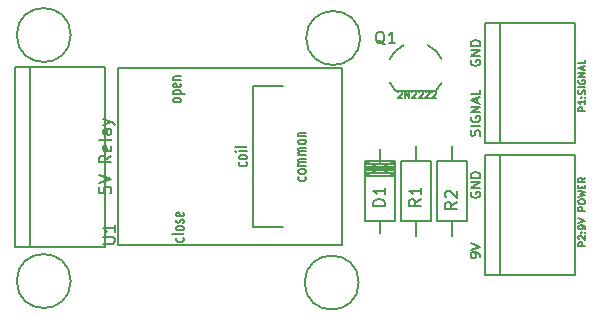
<source format=gto>
G04 #@! TF.FileFunction,Legend,Top*
%FSLAX46Y46*%
G04 Gerber Fmt 4.6, Leading zero omitted, Abs format (unit mm)*
G04 Created by KiCad (PCBNEW 4.0.1-stable) date 26/05/2016 09:01:35*
%MOMM*%
G01*
G04 APERTURE LIST*
%ADD10C,0.100000*%
%ADD11C,0.200000*%
%ADD12C,0.150000*%
G04 APERTURE END LIST*
D10*
D11*
X143617905Y-120383238D02*
X143617905Y-120230857D01*
X143579810Y-120154666D01*
X143541714Y-120116571D01*
X143427429Y-120040380D01*
X143275048Y-120002285D01*
X142970286Y-120002285D01*
X142894095Y-120040380D01*
X142856000Y-120078476D01*
X142817905Y-120154666D01*
X142817905Y-120307047D01*
X142856000Y-120383238D01*
X142894095Y-120421333D01*
X142970286Y-120459428D01*
X143160762Y-120459428D01*
X143236952Y-120421333D01*
X143275048Y-120383238D01*
X143313143Y-120307047D01*
X143313143Y-120154666D01*
X143275048Y-120078476D01*
X143236952Y-120040380D01*
X143160762Y-120002285D01*
X142817905Y-119773714D02*
X143617905Y-119507047D01*
X142817905Y-119240380D01*
X143579810Y-110108761D02*
X143617905Y-109994475D01*
X143617905Y-109803999D01*
X143579810Y-109727809D01*
X143541714Y-109689713D01*
X143465524Y-109651618D01*
X143389333Y-109651618D01*
X143313143Y-109689713D01*
X143275048Y-109727809D01*
X143236952Y-109803999D01*
X143198857Y-109956380D01*
X143160762Y-110032571D01*
X143122667Y-110070666D01*
X143046476Y-110108761D01*
X142970286Y-110108761D01*
X142894095Y-110070666D01*
X142856000Y-110032571D01*
X142817905Y-109956380D01*
X142817905Y-109765904D01*
X142856000Y-109651618D01*
X143617905Y-109308761D02*
X142817905Y-109308761D01*
X142856000Y-108508761D02*
X142817905Y-108584952D01*
X142817905Y-108699237D01*
X142856000Y-108813523D01*
X142932190Y-108889714D01*
X143008381Y-108927809D01*
X143160762Y-108965904D01*
X143275048Y-108965904D01*
X143427429Y-108927809D01*
X143503619Y-108889714D01*
X143579810Y-108813523D01*
X143617905Y-108699237D01*
X143617905Y-108623047D01*
X143579810Y-108508761D01*
X143541714Y-108470666D01*
X143275048Y-108470666D01*
X143275048Y-108623047D01*
X143617905Y-108127809D02*
X142817905Y-108127809D01*
X143617905Y-107670666D01*
X142817905Y-107670666D01*
X143389333Y-107327809D02*
X143389333Y-106946857D01*
X143617905Y-107404000D02*
X142817905Y-107137333D01*
X143617905Y-106870666D01*
X143617905Y-106223047D02*
X143617905Y-106604000D01*
X142817905Y-106604000D01*
X142856000Y-114909523D02*
X142817905Y-114985714D01*
X142817905Y-115099999D01*
X142856000Y-115214285D01*
X142932190Y-115290476D01*
X143008381Y-115328571D01*
X143160762Y-115366666D01*
X143275048Y-115366666D01*
X143427429Y-115328571D01*
X143503619Y-115290476D01*
X143579810Y-115214285D01*
X143617905Y-115099999D01*
X143617905Y-115023809D01*
X143579810Y-114909523D01*
X143541714Y-114871428D01*
X143275048Y-114871428D01*
X143275048Y-115023809D01*
X143617905Y-114528571D02*
X142817905Y-114528571D01*
X143617905Y-114071428D01*
X142817905Y-114071428D01*
X143617905Y-113690476D02*
X142817905Y-113690476D01*
X142817905Y-113500000D01*
X142856000Y-113385714D01*
X142932190Y-113309523D01*
X143008381Y-113271428D01*
X143160762Y-113233333D01*
X143275048Y-113233333D01*
X143427429Y-113271428D01*
X143503619Y-113309523D01*
X143579810Y-113385714D01*
X143617905Y-113500000D01*
X143617905Y-113690476D01*
X142856000Y-103733523D02*
X142817905Y-103809714D01*
X142817905Y-103923999D01*
X142856000Y-104038285D01*
X142932190Y-104114476D01*
X143008381Y-104152571D01*
X143160762Y-104190666D01*
X143275048Y-104190666D01*
X143427429Y-104152571D01*
X143503619Y-104114476D01*
X143579810Y-104038285D01*
X143617905Y-103923999D01*
X143617905Y-103847809D01*
X143579810Y-103733523D01*
X143541714Y-103695428D01*
X143275048Y-103695428D01*
X143275048Y-103847809D01*
X143617905Y-103352571D02*
X142817905Y-103352571D01*
X143617905Y-102895428D01*
X142817905Y-102895428D01*
X143617905Y-102514476D02*
X142817905Y-102514476D01*
X142817905Y-102324000D01*
X142856000Y-102209714D01*
X142932190Y-102133523D01*
X143008381Y-102095428D01*
X143160762Y-102057333D01*
X143275048Y-102057333D01*
X143427429Y-102095428D01*
X143503619Y-102133523D01*
X143579810Y-102209714D01*
X143617905Y-102324000D01*
X143617905Y-102514476D01*
D12*
X133350000Y-122555000D02*
G75*
G03X133350000Y-122555000I-2286000J0D01*
G01*
X133477000Y-101854000D02*
G75*
G03X133477000Y-101854000I-2286000J0D01*
G01*
X108966000Y-122428000D02*
G75*
G03X108966000Y-122428000I-2286000J0D01*
G01*
X108966000Y-101600000D02*
G75*
G03X108966000Y-101600000I-2286000J0D01*
G01*
X135130540Y-117348000D02*
X135130540Y-118364000D01*
X135130540Y-112522000D02*
X135130540Y-111252000D01*
X136400540Y-112776000D02*
X133860540Y-112776000D01*
X136400540Y-113030000D02*
X133860540Y-113030000D01*
X136400540Y-113284000D02*
X133860540Y-113284000D01*
X136400540Y-112522000D02*
X133860540Y-112522000D01*
X136400540Y-113538000D02*
X133860540Y-112268000D01*
X136400540Y-112268000D02*
X133860540Y-113538000D01*
X136400540Y-113538000D02*
X133860540Y-113538000D01*
X136400540Y-112903000D02*
X133860540Y-112903000D01*
X133860540Y-112268000D02*
X136400540Y-112268000D01*
X136400540Y-112268000D02*
X136400540Y-117348000D01*
X136400540Y-117348000D02*
X133860540Y-117348000D01*
X133860540Y-117348000D02*
X133860540Y-112268000D01*
X145288000Y-110744000D02*
X145288000Y-100584000D01*
X144018000Y-110744000D02*
X151638000Y-110744000D01*
X151638000Y-110744000D02*
X151638000Y-100584000D01*
X151638000Y-100584000D02*
X144018000Y-100584000D01*
X144018000Y-100584000D02*
X144018000Y-110744000D01*
X145288000Y-121920000D02*
X145288000Y-111760000D01*
X144018000Y-121920000D02*
X151638000Y-121920000D01*
X151638000Y-121920000D02*
X151638000Y-111760000D01*
X151638000Y-111760000D02*
X144018000Y-111760000D01*
X144018000Y-111760000D02*
X144018000Y-121920000D01*
X137176000Y-102448000D02*
G75*
G03X135976000Y-103648000I1000000J-2200000D01*
G01*
X139175999Y-102448000D02*
G75*
G02X140376000Y-103648000I-999999J-2200000D01*
G01*
X135988305Y-105644990D02*
G75*
G03X136476000Y-106348000I2187695J996990D01*
G01*
X140363695Y-105644990D02*
G75*
G02X139876000Y-106348000I-2187695J996990D01*
G01*
X136476000Y-106348000D02*
X139876000Y-106348000D01*
X139446000Y-112268000D02*
X139446000Y-117348000D01*
X139446000Y-117348000D02*
X136906000Y-117348000D01*
X136906000Y-117348000D02*
X136906000Y-112268000D01*
X136906000Y-112268000D02*
X139446000Y-112268000D01*
X138176000Y-112268000D02*
X138176000Y-110998000D01*
X138176000Y-117348000D02*
X138176000Y-118618000D01*
X142494000Y-112268000D02*
X142494000Y-117348000D01*
X142494000Y-117348000D02*
X139954000Y-117348000D01*
X139954000Y-117348000D02*
X139954000Y-112268000D01*
X139954000Y-112268000D02*
X142494000Y-112268000D01*
X141224000Y-112268000D02*
X141224000Y-110998000D01*
X141224000Y-117348000D02*
X141224000Y-118618000D01*
X126936000Y-105879000D02*
X124436000Y-105879000D01*
X124436000Y-105879000D02*
X124436000Y-117879000D01*
X124436000Y-117879000D02*
X126936000Y-117879000D01*
X112936000Y-104379000D02*
X131936000Y-104379000D01*
X131936000Y-104379000D02*
X131936000Y-119379000D01*
X131936000Y-119379000D02*
X112936000Y-119379000D01*
X112936000Y-119379000D02*
X112936000Y-104379000D01*
X104267000Y-104267000D02*
X111887000Y-104267000D01*
X104267000Y-119507000D02*
X111887000Y-119507000D01*
X105537000Y-104267000D02*
X105537000Y-119507000D01*
X111887000Y-104267000D02*
X111887000Y-119507000D01*
X104267000Y-104267000D02*
X104267000Y-119507000D01*
X135580381Y-116054095D02*
X134580381Y-116054095D01*
X134580381Y-115816000D01*
X134628000Y-115673142D01*
X134723238Y-115577904D01*
X134818476Y-115530285D01*
X135008952Y-115482666D01*
X135151810Y-115482666D01*
X135342286Y-115530285D01*
X135437524Y-115577904D01*
X135532762Y-115673142D01*
X135580381Y-115816000D01*
X135580381Y-116054095D01*
X135580381Y-114530285D02*
X135580381Y-115101714D01*
X135580381Y-114816000D02*
X134580381Y-114816000D01*
X134723238Y-114911238D01*
X134818476Y-115006476D01*
X134866095Y-115101714D01*
X152544429Y-108046571D02*
X151944429Y-108046571D01*
X151944429Y-107817999D01*
X151973000Y-107760857D01*
X152001571Y-107732285D01*
X152058714Y-107703714D01*
X152144429Y-107703714D01*
X152201571Y-107732285D01*
X152230143Y-107760857D01*
X152258714Y-107817999D01*
X152258714Y-108046571D01*
X152544429Y-107132285D02*
X152544429Y-107475142D01*
X152544429Y-107303714D02*
X151944429Y-107303714D01*
X152030143Y-107360857D01*
X152087286Y-107417999D01*
X152115857Y-107475142D01*
X152487286Y-106875142D02*
X152515857Y-106846570D01*
X152544429Y-106875142D01*
X152515857Y-106903713D01*
X152487286Y-106875142D01*
X152544429Y-106875142D01*
X152173000Y-106875142D02*
X152201571Y-106846570D01*
X152230143Y-106875142D01*
X152201571Y-106903713D01*
X152173000Y-106875142D01*
X152230143Y-106875142D01*
X152515857Y-106617999D02*
X152544429Y-106532285D01*
X152544429Y-106389428D01*
X152515857Y-106332285D01*
X152487286Y-106303714D01*
X152430143Y-106275142D01*
X152373000Y-106275142D01*
X152315857Y-106303714D01*
X152287286Y-106332285D01*
X152258714Y-106389428D01*
X152230143Y-106503714D01*
X152201571Y-106560856D01*
X152173000Y-106589428D01*
X152115857Y-106617999D01*
X152058714Y-106617999D01*
X152001571Y-106589428D01*
X151973000Y-106560856D01*
X151944429Y-106503714D01*
X151944429Y-106360856D01*
X151973000Y-106275142D01*
X152544429Y-106017999D02*
X151944429Y-106017999D01*
X151973000Y-105417999D02*
X151944429Y-105475142D01*
X151944429Y-105560856D01*
X151973000Y-105646571D01*
X152030143Y-105703713D01*
X152087286Y-105732285D01*
X152201571Y-105760856D01*
X152287286Y-105760856D01*
X152401571Y-105732285D01*
X152458714Y-105703713D01*
X152515857Y-105646571D01*
X152544429Y-105560856D01*
X152544429Y-105503713D01*
X152515857Y-105417999D01*
X152487286Y-105389428D01*
X152287286Y-105389428D01*
X152287286Y-105503713D01*
X152544429Y-105132285D02*
X151944429Y-105132285D01*
X152544429Y-104789428D01*
X151944429Y-104789428D01*
X152373000Y-104532285D02*
X152373000Y-104246571D01*
X152544429Y-104589428D02*
X151944429Y-104389428D01*
X152544429Y-104189428D01*
X152544429Y-103703714D02*
X152544429Y-103989428D01*
X151944429Y-103989428D01*
X152544429Y-119471714D02*
X151944429Y-119471714D01*
X151944429Y-119243142D01*
X151973000Y-119186000D01*
X152001571Y-119157428D01*
X152058714Y-119128857D01*
X152144429Y-119128857D01*
X152201571Y-119157428D01*
X152230143Y-119186000D01*
X152258714Y-119243142D01*
X152258714Y-119471714D01*
X152001571Y-118900285D02*
X151973000Y-118871714D01*
X151944429Y-118814571D01*
X151944429Y-118671714D01*
X151973000Y-118614571D01*
X152001571Y-118586000D01*
X152058714Y-118557428D01*
X152115857Y-118557428D01*
X152201571Y-118586000D01*
X152544429Y-118928857D01*
X152544429Y-118557428D01*
X152487286Y-118300285D02*
X152515857Y-118271713D01*
X152544429Y-118300285D01*
X152515857Y-118328856D01*
X152487286Y-118300285D01*
X152544429Y-118300285D01*
X152173000Y-118300285D02*
X152201571Y-118271713D01*
X152230143Y-118300285D01*
X152201571Y-118328856D01*
X152173000Y-118300285D01*
X152230143Y-118300285D01*
X152544429Y-117985999D02*
X152544429Y-117871714D01*
X152515857Y-117814571D01*
X152487286Y-117785999D01*
X152401571Y-117728857D01*
X152287286Y-117700285D01*
X152058714Y-117700285D01*
X152001571Y-117728857D01*
X151973000Y-117757428D01*
X151944429Y-117814571D01*
X151944429Y-117928857D01*
X151973000Y-117985999D01*
X152001571Y-118014571D01*
X152058714Y-118043142D01*
X152201571Y-118043142D01*
X152258714Y-118014571D01*
X152287286Y-117985999D01*
X152315857Y-117928857D01*
X152315857Y-117814571D01*
X152287286Y-117757428D01*
X152258714Y-117728857D01*
X152201571Y-117700285D01*
X151944429Y-117528856D02*
X152544429Y-117328856D01*
X151944429Y-117128856D01*
X152544429Y-116471713D02*
X151944429Y-116471713D01*
X151944429Y-116243141D01*
X151973000Y-116185999D01*
X152001571Y-116157427D01*
X152058714Y-116128856D01*
X152144429Y-116128856D01*
X152201571Y-116157427D01*
X152230143Y-116185999D01*
X152258714Y-116243141D01*
X152258714Y-116471713D01*
X151944429Y-115757427D02*
X151944429Y-115643141D01*
X151973000Y-115585999D01*
X152030143Y-115528856D01*
X152144429Y-115500284D01*
X152344429Y-115500284D01*
X152458714Y-115528856D01*
X152515857Y-115585999D01*
X152544429Y-115643141D01*
X152544429Y-115757427D01*
X152515857Y-115814570D01*
X152458714Y-115871713D01*
X152344429Y-115900284D01*
X152144429Y-115900284D01*
X152030143Y-115871713D01*
X151973000Y-115814570D01*
X151944429Y-115757427D01*
X151944429Y-115300285D02*
X152544429Y-115157428D01*
X152115857Y-115043142D01*
X152544429Y-114928856D01*
X151944429Y-114785999D01*
X152230143Y-114557428D02*
X152230143Y-114357428D01*
X152544429Y-114271714D02*
X152544429Y-114557428D01*
X151944429Y-114557428D01*
X151944429Y-114271714D01*
X152544429Y-113671714D02*
X152258714Y-113871714D01*
X152544429Y-114014571D02*
X151944429Y-114014571D01*
X151944429Y-113785999D01*
X151973000Y-113728857D01*
X152001571Y-113700285D01*
X152058714Y-113671714D01*
X152144429Y-113671714D01*
X152201571Y-113700285D01*
X152230143Y-113728857D01*
X152258714Y-113785999D01*
X152258714Y-114014571D01*
X135540762Y-102401619D02*
X135445524Y-102354000D01*
X135350286Y-102258762D01*
X135207429Y-102115905D01*
X135112190Y-102068286D01*
X135016952Y-102068286D01*
X135064571Y-102306381D02*
X134969333Y-102258762D01*
X134874095Y-102163524D01*
X134826476Y-101973048D01*
X134826476Y-101639714D01*
X134874095Y-101449238D01*
X134969333Y-101354000D01*
X135064571Y-101306381D01*
X135255048Y-101306381D01*
X135350286Y-101354000D01*
X135445524Y-101449238D01*
X135493143Y-101639714D01*
X135493143Y-101973048D01*
X135445524Y-102163524D01*
X135350286Y-102258762D01*
X135255048Y-102306381D01*
X135064571Y-102306381D01*
X136445524Y-102306381D02*
X135874095Y-102306381D01*
X136159809Y-102306381D02*
X136159809Y-101306381D01*
X136064571Y-101449238D01*
X135969333Y-101544476D01*
X135874095Y-101592095D01*
X136674428Y-106408571D02*
X136702999Y-106380000D01*
X136760142Y-106351429D01*
X136902999Y-106351429D01*
X136960142Y-106380000D01*
X136988713Y-106408571D01*
X137017285Y-106465714D01*
X137017285Y-106522857D01*
X136988713Y-106608571D01*
X136645856Y-106951429D01*
X137017285Y-106951429D01*
X137274428Y-106951429D02*
X137274428Y-106351429D01*
X137617285Y-106951429D01*
X137617285Y-106351429D01*
X137874428Y-106408571D02*
X137902999Y-106380000D01*
X137960142Y-106351429D01*
X138102999Y-106351429D01*
X138160142Y-106380000D01*
X138188713Y-106408571D01*
X138217285Y-106465714D01*
X138217285Y-106522857D01*
X138188713Y-106608571D01*
X137845856Y-106951429D01*
X138217285Y-106951429D01*
X138445857Y-106408571D02*
X138474428Y-106380000D01*
X138531571Y-106351429D01*
X138674428Y-106351429D01*
X138731571Y-106380000D01*
X138760142Y-106408571D01*
X138788714Y-106465714D01*
X138788714Y-106522857D01*
X138760142Y-106608571D01*
X138417285Y-106951429D01*
X138788714Y-106951429D01*
X139017286Y-106408571D02*
X139045857Y-106380000D01*
X139103000Y-106351429D01*
X139245857Y-106351429D01*
X139303000Y-106380000D01*
X139331571Y-106408571D01*
X139360143Y-106465714D01*
X139360143Y-106522857D01*
X139331571Y-106608571D01*
X138988714Y-106951429D01*
X139360143Y-106951429D01*
X139588715Y-106408571D02*
X139617286Y-106380000D01*
X139674429Y-106351429D01*
X139817286Y-106351429D01*
X139874429Y-106380000D01*
X139903000Y-106408571D01*
X139931572Y-106465714D01*
X139931572Y-106522857D01*
X139903000Y-106608571D01*
X139560143Y-106951429D01*
X139931572Y-106951429D01*
X138628381Y-115482666D02*
X138152190Y-115816000D01*
X138628381Y-116054095D02*
X137628381Y-116054095D01*
X137628381Y-115673142D01*
X137676000Y-115577904D01*
X137723619Y-115530285D01*
X137818857Y-115482666D01*
X137961714Y-115482666D01*
X138056952Y-115530285D01*
X138104571Y-115577904D01*
X138152190Y-115673142D01*
X138152190Y-116054095D01*
X138628381Y-114530285D02*
X138628381Y-115101714D01*
X138628381Y-114816000D02*
X137628381Y-114816000D01*
X137771238Y-114911238D01*
X137866476Y-115006476D01*
X137914095Y-115101714D01*
X141676381Y-115736666D02*
X141200190Y-116070000D01*
X141676381Y-116308095D02*
X140676381Y-116308095D01*
X140676381Y-115927142D01*
X140724000Y-115831904D01*
X140771619Y-115784285D01*
X140866857Y-115736666D01*
X141009714Y-115736666D01*
X141104952Y-115784285D01*
X141152571Y-115831904D01*
X141200190Y-115927142D01*
X141200190Y-116308095D01*
X140771619Y-115355714D02*
X140724000Y-115308095D01*
X140676381Y-115212857D01*
X140676381Y-114974761D01*
X140724000Y-114879523D01*
X140771619Y-114831904D01*
X140866857Y-114784285D01*
X140962095Y-114784285D01*
X141104952Y-114831904D01*
X141676381Y-115403333D01*
X141676381Y-114784285D01*
X111720381Y-119252905D02*
X112529905Y-119252905D01*
X112625143Y-119205286D01*
X112672762Y-119157667D01*
X112720381Y-119062429D01*
X112720381Y-118871952D01*
X112672762Y-118776714D01*
X112625143Y-118729095D01*
X112529905Y-118681476D01*
X111720381Y-118681476D01*
X112720381Y-117681476D02*
X112720381Y-118252905D01*
X112720381Y-117967191D02*
X111720381Y-117967191D01*
X111863238Y-118062429D01*
X111958476Y-118157667D01*
X112006095Y-118252905D01*
X118514762Y-118772666D02*
X118562381Y-118839333D01*
X118562381Y-118972666D01*
X118514762Y-119039333D01*
X118467143Y-119072666D01*
X118371905Y-119106000D01*
X118086190Y-119106000D01*
X117990952Y-119072666D01*
X117943333Y-119039333D01*
X117895714Y-118972666D01*
X117895714Y-118839333D01*
X117943333Y-118772666D01*
X118562381Y-118372666D02*
X118514762Y-118439333D01*
X118419524Y-118472666D01*
X117562381Y-118472666D01*
X118562381Y-118005999D02*
X118514762Y-118072666D01*
X118467143Y-118105999D01*
X118371905Y-118139333D01*
X118086190Y-118139333D01*
X117990952Y-118105999D01*
X117943333Y-118072666D01*
X117895714Y-118005999D01*
X117895714Y-117905999D01*
X117943333Y-117839333D01*
X117990952Y-117805999D01*
X118086190Y-117772666D01*
X118371905Y-117772666D01*
X118467143Y-117805999D01*
X118514762Y-117839333D01*
X118562381Y-117905999D01*
X118562381Y-118005999D01*
X118514762Y-117506000D02*
X118562381Y-117439333D01*
X118562381Y-117306000D01*
X118514762Y-117239333D01*
X118419524Y-117206000D01*
X118371905Y-117206000D01*
X118276667Y-117239333D01*
X118229048Y-117306000D01*
X118229048Y-117406000D01*
X118181429Y-117472666D01*
X118086190Y-117506000D01*
X118038571Y-117506000D01*
X117943333Y-117472666D01*
X117895714Y-117406000D01*
X117895714Y-117306000D01*
X117943333Y-117239333D01*
X118514762Y-116639333D02*
X118562381Y-116705999D01*
X118562381Y-116839333D01*
X118514762Y-116905999D01*
X118419524Y-116939333D01*
X118038571Y-116939333D01*
X117943333Y-116905999D01*
X117895714Y-116839333D01*
X117895714Y-116705999D01*
X117943333Y-116639333D01*
X118038571Y-116605999D01*
X118133810Y-116605999D01*
X118229048Y-116939333D01*
X118308381Y-107155332D02*
X118260762Y-107221999D01*
X118213143Y-107255332D01*
X118117905Y-107288666D01*
X117832190Y-107288666D01*
X117736952Y-107255332D01*
X117689333Y-107221999D01*
X117641714Y-107155332D01*
X117641714Y-107055332D01*
X117689333Y-106988666D01*
X117736952Y-106955332D01*
X117832190Y-106921999D01*
X118117905Y-106921999D01*
X118213143Y-106955332D01*
X118260762Y-106988666D01*
X118308381Y-107055332D01*
X118308381Y-107155332D01*
X117641714Y-106621999D02*
X118641714Y-106621999D01*
X117689333Y-106621999D02*
X117641714Y-106555333D01*
X117641714Y-106421999D01*
X117689333Y-106355333D01*
X117736952Y-106321999D01*
X117832190Y-106288666D01*
X118117905Y-106288666D01*
X118213143Y-106321999D01*
X118260762Y-106355333D01*
X118308381Y-106421999D01*
X118308381Y-106555333D01*
X118260762Y-106621999D01*
X118260762Y-105722000D02*
X118308381Y-105788666D01*
X118308381Y-105922000D01*
X118260762Y-105988666D01*
X118165524Y-106022000D01*
X117784571Y-106022000D01*
X117689333Y-105988666D01*
X117641714Y-105922000D01*
X117641714Y-105788666D01*
X117689333Y-105722000D01*
X117784571Y-105688666D01*
X117879810Y-105688666D01*
X117975048Y-106022000D01*
X117641714Y-105388666D02*
X118308381Y-105388666D01*
X117736952Y-105388666D02*
X117689333Y-105355333D01*
X117641714Y-105288666D01*
X117641714Y-105188666D01*
X117689333Y-105122000D01*
X117784571Y-105088666D01*
X118308381Y-105088666D01*
X128840762Y-113595665D02*
X128888381Y-113662332D01*
X128888381Y-113795665D01*
X128840762Y-113862332D01*
X128793143Y-113895665D01*
X128697905Y-113928999D01*
X128412190Y-113928999D01*
X128316952Y-113895665D01*
X128269333Y-113862332D01*
X128221714Y-113795665D01*
X128221714Y-113662332D01*
X128269333Y-113595665D01*
X128888381Y-113195665D02*
X128840762Y-113262332D01*
X128793143Y-113295665D01*
X128697905Y-113328999D01*
X128412190Y-113328999D01*
X128316952Y-113295665D01*
X128269333Y-113262332D01*
X128221714Y-113195665D01*
X128221714Y-113095665D01*
X128269333Y-113028999D01*
X128316952Y-112995665D01*
X128412190Y-112962332D01*
X128697905Y-112962332D01*
X128793143Y-112995665D01*
X128840762Y-113028999D01*
X128888381Y-113095665D01*
X128888381Y-113195665D01*
X128888381Y-112662332D02*
X128221714Y-112662332D01*
X128316952Y-112662332D02*
X128269333Y-112628999D01*
X128221714Y-112562332D01*
X128221714Y-112462332D01*
X128269333Y-112395666D01*
X128364571Y-112362332D01*
X128888381Y-112362332D01*
X128364571Y-112362332D02*
X128269333Y-112328999D01*
X128221714Y-112262332D01*
X128221714Y-112162332D01*
X128269333Y-112095666D01*
X128364571Y-112062332D01*
X128888381Y-112062332D01*
X128888381Y-111728999D02*
X128221714Y-111728999D01*
X128316952Y-111728999D02*
X128269333Y-111695666D01*
X128221714Y-111628999D01*
X128221714Y-111528999D01*
X128269333Y-111462333D01*
X128364571Y-111428999D01*
X128888381Y-111428999D01*
X128364571Y-111428999D02*
X128269333Y-111395666D01*
X128221714Y-111328999D01*
X128221714Y-111228999D01*
X128269333Y-111162333D01*
X128364571Y-111128999D01*
X128888381Y-111128999D01*
X128888381Y-110695666D02*
X128840762Y-110762333D01*
X128793143Y-110795666D01*
X128697905Y-110829000D01*
X128412190Y-110829000D01*
X128316952Y-110795666D01*
X128269333Y-110762333D01*
X128221714Y-110695666D01*
X128221714Y-110595666D01*
X128269333Y-110529000D01*
X128316952Y-110495666D01*
X128412190Y-110462333D01*
X128697905Y-110462333D01*
X128793143Y-110495666D01*
X128840762Y-110529000D01*
X128888381Y-110595666D01*
X128888381Y-110695666D01*
X128221714Y-110162333D02*
X128888381Y-110162333D01*
X128316952Y-110162333D02*
X128269333Y-110129000D01*
X128221714Y-110062333D01*
X128221714Y-109962333D01*
X128269333Y-109895667D01*
X128364571Y-109862333D01*
X128888381Y-109862333D01*
X123840762Y-112378999D02*
X123888381Y-112445666D01*
X123888381Y-112578999D01*
X123840762Y-112645666D01*
X123793143Y-112678999D01*
X123697905Y-112712333D01*
X123412190Y-112712333D01*
X123316952Y-112678999D01*
X123269333Y-112645666D01*
X123221714Y-112578999D01*
X123221714Y-112445666D01*
X123269333Y-112378999D01*
X123888381Y-111978999D02*
X123840762Y-112045666D01*
X123793143Y-112078999D01*
X123697905Y-112112333D01*
X123412190Y-112112333D01*
X123316952Y-112078999D01*
X123269333Y-112045666D01*
X123221714Y-111978999D01*
X123221714Y-111878999D01*
X123269333Y-111812333D01*
X123316952Y-111778999D01*
X123412190Y-111745666D01*
X123697905Y-111745666D01*
X123793143Y-111778999D01*
X123840762Y-111812333D01*
X123888381Y-111878999D01*
X123888381Y-111978999D01*
X123888381Y-111445666D02*
X123221714Y-111445666D01*
X122888381Y-111445666D02*
X122936000Y-111479000D01*
X122983619Y-111445666D01*
X122936000Y-111412333D01*
X122888381Y-111445666D01*
X122983619Y-111445666D01*
X123888381Y-111012333D02*
X123840762Y-111079000D01*
X123745524Y-111112333D01*
X122888381Y-111112333D01*
X111388381Y-114474238D02*
X111388381Y-114950429D01*
X111864571Y-114998048D01*
X111816952Y-114950429D01*
X111769333Y-114855191D01*
X111769333Y-114617095D01*
X111816952Y-114521857D01*
X111864571Y-114474238D01*
X111959810Y-114426619D01*
X112197905Y-114426619D01*
X112293143Y-114474238D01*
X112340762Y-114521857D01*
X112388381Y-114617095D01*
X112388381Y-114855191D01*
X112340762Y-114950429D01*
X112293143Y-114998048D01*
X111388381Y-114140905D02*
X112388381Y-113807572D01*
X111388381Y-113474238D01*
X112388381Y-111807571D02*
X111912190Y-112140905D01*
X112388381Y-112379000D02*
X111388381Y-112379000D01*
X111388381Y-111998047D01*
X111436000Y-111902809D01*
X111483619Y-111855190D01*
X111578857Y-111807571D01*
X111721714Y-111807571D01*
X111816952Y-111855190D01*
X111864571Y-111902809D01*
X111912190Y-111998047D01*
X111912190Y-112379000D01*
X112340762Y-110998047D02*
X112388381Y-111093285D01*
X112388381Y-111283762D01*
X112340762Y-111379000D01*
X112245524Y-111426619D01*
X111864571Y-111426619D01*
X111769333Y-111379000D01*
X111721714Y-111283762D01*
X111721714Y-111093285D01*
X111769333Y-110998047D01*
X111864571Y-110950428D01*
X111959810Y-110950428D01*
X112055048Y-111426619D01*
X112388381Y-110379000D02*
X112340762Y-110474238D01*
X112245524Y-110521857D01*
X111388381Y-110521857D01*
X112388381Y-109569475D02*
X111864571Y-109569475D01*
X111769333Y-109617094D01*
X111721714Y-109712332D01*
X111721714Y-109902809D01*
X111769333Y-109998047D01*
X112340762Y-109569475D02*
X112388381Y-109664713D01*
X112388381Y-109902809D01*
X112340762Y-109998047D01*
X112245524Y-110045666D01*
X112150286Y-110045666D01*
X112055048Y-109998047D01*
X112007429Y-109902809D01*
X112007429Y-109664713D01*
X111959810Y-109569475D01*
X111721714Y-109188523D02*
X112388381Y-108950428D01*
X111721714Y-108712332D02*
X112388381Y-108950428D01*
X112626476Y-109045666D01*
X112674095Y-109093285D01*
X112721714Y-109188523D01*
M02*

</source>
